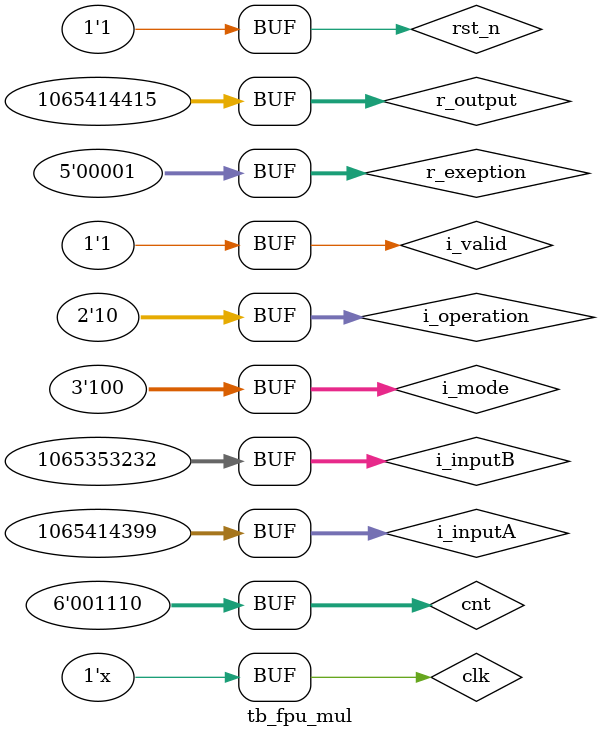
<source format=v>

`timescale 1ns/100ps

module tb_fpu_mul( ) ;
    
	reg clk   ;
	reg rst_n ;
	
	reg				i_valid		;	
	reg		[2:0]	i_mode		;
	reg		[1:0]	i_operation	;	// [0] : add , [1] : sub
	reg		[31:0]	i_inputA	;
	reg		[31:0]	i_inputB	;
	wire	[31:0]	o_output	;
	wire	[4:0]	o_exeption	;
	reg		[31:0]	r_output	;
	reg		[4:0]	r_exeption	;
	reg		[31:0]	rd_output	;
	reg		[4:0]	rd_exeption	;
	reg		[5:0]	cnt			;
	reg				error		;

	initial begin
		rst_n		= 0 ;
		clk 		= 1 ;
		#10 
		rst_n		= 1 ;
	end

	always begin
		#2.5 clk 	<= ~clk ;
	end
	
	initial begin
		i_valid		= 0 			;
		#20 
		i_valid		= 1 			;
		cnt			= 0				;
		i_mode		= 0				;	
		i_operation	= 2				;	
		i_inputA	= 32'h404ccccd  ;
		i_inputB	= 32'h40966666  ;
		r_output	= 32'h4170a3d7  ;
		r_exeption	= 5'h1         	;
		#5 
		cnt			= 1				;
		i_mode		= 0				;	
		i_operation	= 2				;
		i_inputA	= 32'hfe9eef6e  ;
		i_inputB	= 32'h5abc884c  ;
		r_output	= 32'hff800000  ;
		r_exeption	= 5'h11         ;
		#5 
		cnt			= 2				;
		i_mode		= 0				;	
		i_operation	= 2		     	;
		i_inputA	= 32'h7f7fffff  ;
		i_inputB	= 32'h3fffffff  ;
		r_output	= 32'h7f800000  ;
		r_exeption	= 5'h11         ;
		#5                           
		cnt			= 3				;
		i_mode		= 0				;	
		i_operation	= 2		        ;
		i_inputA	= 32'h80809c4e  ;
		i_inputB	= 32'h80800e5f  ;
		r_output	= 32'h00000000  ;
		r_exeption	= 5'h9          ;
		#5 
		cnt			= 4				;
		i_mode		= 0				;	
		i_operation	= 2				;
		i_inputA	= 32'h3f000fff  ;
		i_inputB	= 32'h00800fff  ;
		r_output	= 32'h00000000  ;
		r_exeption	= 5'h9          ;
		#5 
		cnt			= 5				;
		i_mode		= 0				;	
		i_operation	= 2		   		;
		i_inputA	= 32'h00000000  ;
		i_inputB	= 32'h7f800000  ;
		r_output	= 32'h7fc00000  ;
		r_exeption	= 5'h2          ;
		#5                           
		cnt			= 6				;
		i_mode		= 0				;	
		i_operation	= 2		        ;
		i_inputA	= 32'h0fd22000  ;
		i_inputB	= 32'h7fc00000  ;
		r_output	= 32'h7fc00000  ;
		r_exeption	= 5'h2          ;
		#5                           
		cnt			= 7				;
		i_mode		= 0				;	
		i_operation	= 2		        ;
		i_inputA	= 32'h3fffffff  ;
		i_inputB	= 32'h3fa00000  ;
		r_output	= 32'h401fffff  ;
		r_exeption	= 5'h1          ;
		#5                           
		cnt			= 8				;
		i_mode		= 0				;	
		i_operation	= 2		        ;
		i_inputA	= 32'h00000000  ;
		i_inputB	= 32'h3fa00000  ;
		r_output	= 32'h00000000  ;
		r_exeption	= 5'h0          ;
		#5                           
		cnt			= 9				;
		i_mode		= 0				;	
		i_operation	= 2		        ;
		i_inputA	= 32'h3f800000  ;
		i_inputB	= 32'hBf800000  ;
		r_output	= 32'hBf800000  ;
		r_exeption	= 5'h0          ;
		#5                           
		cnt			= 10			;
		i_mode		= 0				;	
		i_operation	= 2		        ;
		i_inputA	= 32'h3f80eeff  ;
		i_inputB	= 32'h3f800010  ;
		r_output	= 32'h3f80ef0f  ;
		r_exeption	= 5'h1          ;
		#5                           
		cnt			= 11			;
		i_mode		= 1				;	
		i_operation	= 2		        ;
		i_inputA	= 32'h3f80eeff  ;
		i_inputB	= 32'h3f800010  ;
		r_output	= 32'h3f80ef0f  ;
		r_exeption	= 5'h1          ;
		#5 
		cnt			= 12			;
		i_mode		= 2				;	
		i_operation	= 2				;	
		i_inputA	= 32'h3f80eeff  ;
		i_inputB	= 32'h3f800010  ;
		r_output	= 32'h3f80ef10  ;
		r_exeption	= 5'h1          ;
		#5                           
		cnt			= 13			;
		i_mode		= 3				;	
		i_operation	= 2		        ;
		i_inputA	= 32'h3f80eeff  ;
		i_inputB	= 32'h3f800010  ;
		r_output	= 32'h3f80ef0f  ;
		r_exeption	= 5'h1          ;
		#5                           
		cnt			= 14			;
		i_mode		= 4				;	
		i_operation	= 2		        ;
		i_inputA	= 32'h3f80eeff  ;
		i_inputB	= 32'h3f800010  ;
		r_output	= 32'h3f80ef0f  ;
		r_exeption	= 5'h1          ;		
	end

	fpu_top #(32) A_fpu_top(  
		.clk		( clk			),		      
		.rst_n      ( rst_n         ),
		.i_mode		( i_mode		),
		.i_operation( i_operation	),
		.i_valid	( i_valid		),
		.i_inputA   ( i_inputA      ),
		.i_inputB   ( i_inputB     	),
		.o_output   ( o_output    	),
		.o_exeption	( o_exeption	)	
	);
	
	always@(posedge clk) begin
		rd_output	<= r_output ;
		rd_exeption	<= r_exeption ;
	end
	
	always@(posedge clk,negedge rst_n) begin
		if (!rst_n) begin
			error	<= 1'b0 ;
		end else if ( rd_output[30:0] == 31'h7fc00000 && (o_output[30:0] != rd_output[30:0] || o_exeption != rd_exeption )) begin
			error 	<= 1'b1 ;
			$display ("ERROR1 %d",cnt-1) ;
		end else if ( rd_output[30:0] != 31'h7fc00000 && ( o_output != rd_output || o_exeption != rd_exeption ) ) begin
			error 	<= 1'b1 ;
			$display ("ERROR2 %d",cnt-1) ;
		end else begin
			error 	<= 1'b0 ;
		end
	end
	
endmodule
    

</source>
